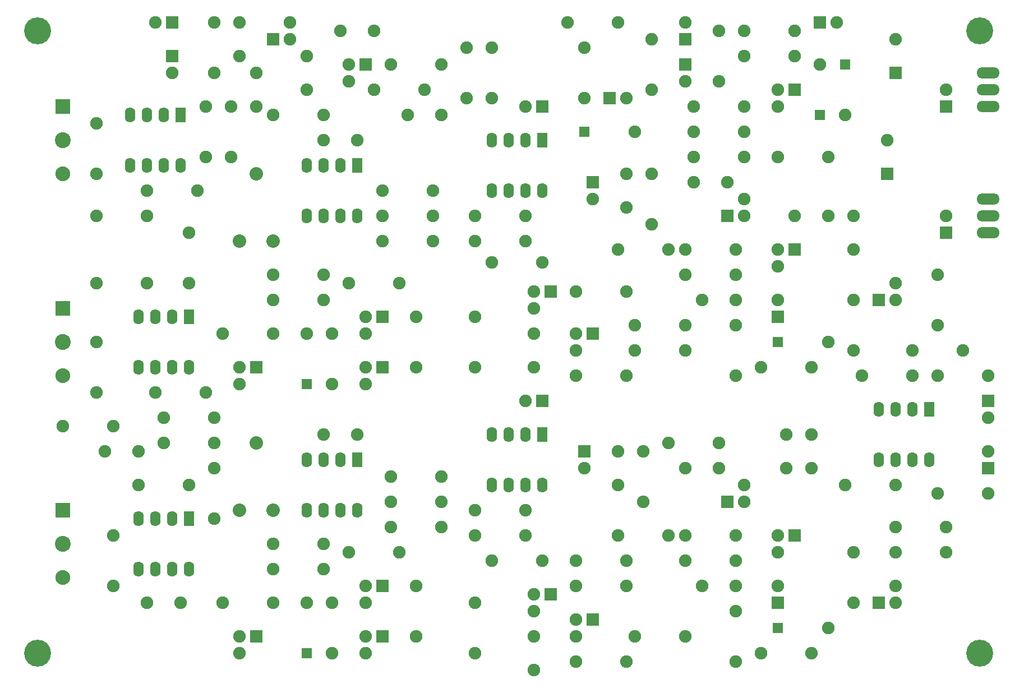
<source format=gbr>
%TF.GenerationSoftware,KiCad,Pcbnew,5.1.10-88a1d61d58~88~ubuntu20.10.1*%
%TF.CreationDate,2021-06-25T22:13:37+02:00*%
%TF.ProjectId,juno-chorus-clone,6a756e6f-2d63-4686-9f72-75732d636c6f,3*%
%TF.SameCoordinates,Original*%
%TF.FileFunction,Paste,Bot*%
%TF.FilePolarity,Positive*%
%FSLAX46Y46*%
G04 Gerber Fmt 4.6, Leading zero omitted, Abs format (unit mm)*
G04 Created by KiCad (PCBNEW 5.1.10-88a1d61d58~88~ubuntu20.10.1) date 2021-06-25 22:13:37*
%MOMM*%
%LPD*%
G01*
G04 APERTURE LIST*
%ADD10R,1.905000X1.905000*%
%ADD11C,1.905000*%
%ADD12C,2.395220*%
%ADD13R,2.240280X2.240280*%
%ADD14C,2.240280*%
%ADD15R,1.574800X2.286000*%
%ADD16O,1.574800X2.286000*%
%ADD17R,1.524000X1.524000*%
%ADD18C,2.032000*%
%ADD19O,3.500120X1.699260*%
%ADD20C,4.064000*%
G04 APERTURE END LIST*
D10*
%TO.C,Q16*%
X186690000Y-100330000D03*
D11*
X189230000Y-100330000D03*
X189230000Y-97790000D03*
%TD*%
D10*
%TO.C,Q17*%
X186690000Y-146050000D03*
D11*
X189230000Y-146050000D03*
X189230000Y-143510000D03*
%TD*%
D10*
%TO.C,Q7*%
X111760000Y-110490000D03*
D11*
X109220000Y-110490000D03*
X109220000Y-113030000D03*
%TD*%
D10*
%TO.C,Q13*%
X173990000Y-68580000D03*
D11*
X171450000Y-68580000D03*
X171450000Y-71120000D03*
%TD*%
D10*
%TO.C,Q2*%
X92710000Y-151130000D03*
D11*
X90170000Y-151130000D03*
X90170000Y-153670000D03*
%TD*%
D10*
%TO.C,Q5*%
X137160000Y-99060000D03*
D11*
X134620000Y-99060000D03*
X134620000Y-101600000D03*
%TD*%
D10*
%TO.C,Q6*%
X137160000Y-144780000D03*
D11*
X134620000Y-144780000D03*
X134620000Y-147320000D03*
%TD*%
D10*
%TO.C,Q9*%
X143510000Y-105410000D03*
D11*
X140970000Y-105410000D03*
X140970000Y-107950000D03*
%TD*%
D10*
%TO.C,Q10*%
X143510000Y-148590000D03*
D11*
X140970000Y-148590000D03*
X140970000Y-151130000D03*
%TD*%
D10*
%TO.C,Q1*%
X92710000Y-110490000D03*
D11*
X90170000Y-110490000D03*
X90170000Y-113030000D03*
%TD*%
D10*
%TO.C,Q18*%
X95250000Y-60960000D03*
D11*
X97790000Y-60960000D03*
X97790000Y-58420000D03*
%TD*%
D10*
%TO.C,Q19*%
X109220000Y-64770000D03*
D11*
X106680000Y-64770000D03*
X106680000Y-67310000D03*
%TD*%
D10*
%TO.C,Q14*%
X173990000Y-92710000D03*
D11*
X171450000Y-92710000D03*
X171450000Y-95250000D03*
%TD*%
D10*
%TO.C,Q11*%
X163830000Y-87630000D03*
D11*
X166370000Y-87630000D03*
X166370000Y-85090000D03*
%TD*%
D10*
%TO.C,Q12*%
X163830000Y-130810000D03*
D11*
X166370000Y-130810000D03*
X166370000Y-128270000D03*
%TD*%
D10*
%TO.C,Q15*%
X173990000Y-135890000D03*
D11*
X171450000Y-135890000D03*
X171450000Y-138430000D03*
%TD*%
D10*
%TO.C,Q3*%
X111760000Y-102870000D03*
D11*
X109220000Y-102870000D03*
X109220000Y-105410000D03*
%TD*%
D10*
%TO.C,Q4*%
X111760000Y-143510000D03*
D11*
X109220000Y-143510000D03*
X109220000Y-146050000D03*
%TD*%
D10*
%TO.C,Q8*%
X111760000Y-151130000D03*
D11*
X109220000Y-151130000D03*
X109220000Y-153670000D03*
%TD*%
D10*
%TO.C,P2*%
X80010000Y-58420000D03*
D11*
X77470000Y-58420000D03*
%TD*%
D10*
%TO.C,P1*%
X177800000Y-58420000D03*
D11*
X180340000Y-58420000D03*
%TD*%
D10*
%TO.C,SW1*%
X157480000Y-60960000D03*
D11*
X157480000Y-58420000D03*
%TD*%
D10*
%TO.C,P4*%
X203200000Y-125730000D03*
D11*
X203200000Y-123190000D03*
%TD*%
D10*
%TO.C,P3*%
X203200000Y-115570000D03*
D11*
X203200000Y-118110000D03*
%TD*%
D12*
%TO.C,RV1*%
X63500000Y-106680000D03*
D13*
X63500000Y-101600000D03*
D14*
X63500000Y-111760000D03*
%TD*%
D12*
%TO.C,RV5*%
X63500000Y-76200000D03*
D13*
X63500000Y-71120000D03*
D14*
X63500000Y-81280000D03*
%TD*%
D12*
%TO.C,RV2*%
X63500000Y-137160000D03*
D13*
X63500000Y-132080000D03*
D14*
X63500000Y-142240000D03*
%TD*%
D15*
%TO.C,U8*%
X135890000Y-120650000D03*
D16*
X133350000Y-120650000D03*
X130810000Y-120650000D03*
X128270000Y-120650000D03*
X128270000Y-128270000D03*
X130810000Y-128270000D03*
X133350000Y-128270000D03*
X135890000Y-128270000D03*
%TD*%
D15*
%TO.C,U10*%
X194310000Y-116840000D03*
D16*
X191770000Y-116840000D03*
X189230000Y-116840000D03*
X186690000Y-116840000D03*
X186690000Y-124460000D03*
X189230000Y-124460000D03*
X191770000Y-124460000D03*
X194310000Y-124460000D03*
%TD*%
D15*
%TO.C,U9*%
X81280000Y-72390000D03*
D16*
X78740000Y-72390000D03*
X76200000Y-72390000D03*
X73660000Y-72390000D03*
X73660000Y-80010000D03*
X76200000Y-80010000D03*
X78740000Y-80010000D03*
X81280000Y-80010000D03*
%TD*%
D15*
%TO.C,U5*%
X107950000Y-80010000D03*
D16*
X105410000Y-80010000D03*
X102870000Y-80010000D03*
X100330000Y-80010000D03*
X100330000Y-87630000D03*
X102870000Y-87630000D03*
X105410000Y-87630000D03*
X107950000Y-87630000D03*
%TD*%
D15*
%TO.C,U6*%
X135890000Y-76200000D03*
D16*
X133350000Y-76200000D03*
X130810000Y-76200000D03*
X128270000Y-76200000D03*
X128270000Y-83820000D03*
X130810000Y-83820000D03*
X133350000Y-83820000D03*
X135890000Y-83820000D03*
%TD*%
D15*
%TO.C,U7*%
X107950000Y-124460000D03*
D16*
X105410000Y-124460000D03*
X102870000Y-124460000D03*
X100330000Y-124460000D03*
X100330000Y-132080000D03*
X102870000Y-132080000D03*
X105410000Y-132080000D03*
X107950000Y-132080000D03*
%TD*%
D15*
%TO.C,U4*%
X82550000Y-102870000D03*
D16*
X80010000Y-102870000D03*
X77470000Y-102870000D03*
X74930000Y-102870000D03*
X74930000Y-110490000D03*
X77470000Y-110490000D03*
X80010000Y-110490000D03*
X82550000Y-110490000D03*
%TD*%
D15*
%TO.C,U1*%
X82550000Y-133350000D03*
D16*
X80010000Y-133350000D03*
X77470000Y-133350000D03*
X74930000Y-133350000D03*
X74930000Y-140970000D03*
X77470000Y-140970000D03*
X80010000Y-140970000D03*
X82550000Y-140970000D03*
%TD*%
D17*
%TO.C,D2*%
X181610000Y-64770000D03*
D11*
X181610000Y-72390000D03*
%TD*%
D17*
%TO.C,D3*%
X100330000Y-113030000D03*
D11*
X100330000Y-105410000D03*
%TD*%
D17*
%TO.C,D5*%
X142240000Y-74930000D03*
D11*
X149860000Y-74930000D03*
%TD*%
D17*
%TO.C,D6*%
X171450000Y-106680000D03*
D11*
X179070000Y-106680000D03*
%TD*%
D17*
%TO.C,D7*%
X171450000Y-149860000D03*
D11*
X179070000Y-149860000D03*
%TD*%
D17*
%TO.C,D4*%
X100330000Y-153670000D03*
D11*
X100330000Y-146050000D03*
%TD*%
D17*
%TO.C,D1*%
X177800000Y-72390000D03*
D11*
X177800000Y-64770000D03*
%TD*%
D10*
%TO.C,C1*%
X187960000Y-81280000D03*
D11*
X187960000Y-76200000D03*
%TD*%
D10*
%TO.C,C2*%
X189230000Y-66040000D03*
D11*
X189230000Y-60960000D03*
%TD*%
%TO.C,C6*%
X134620000Y-110490000D03*
X134620000Y-105410000D03*
%TD*%
%TO.C,C27*%
X160020000Y-143510000D03*
X165100000Y-143510000D03*
%TD*%
%TO.C,C33*%
X100330000Y-63500000D03*
X100330000Y-68580000D03*
%TD*%
%TO.C,C5*%
X81280000Y-146050000D03*
X76200000Y-146050000D03*
%TD*%
%TO.C,C32*%
X90170000Y-63500000D03*
X90170000Y-58420000D03*
%TD*%
%TO.C,C34*%
X120650000Y-72390000D03*
X115570000Y-72390000D03*
%TD*%
%TO.C,C35*%
X110490000Y-59690000D03*
X105410000Y-59690000D03*
%TD*%
%TO.C,C8*%
X92710000Y-71120000D03*
X92710000Y-66040000D03*
%TD*%
%TO.C,C21*%
X157480000Y-125730000D03*
X162560000Y-125730000D03*
%TD*%
%TO.C,C16*%
X148590000Y-86360000D03*
X148590000Y-81280000D03*
%TD*%
%TO.C,C29*%
X176530000Y-125730000D03*
X176530000Y-120650000D03*
%TD*%
%TO.C,C18*%
X147320000Y-128270000D03*
X147320000Y-123190000D03*
%TD*%
%TO.C,C25*%
X172720000Y-125730000D03*
X172720000Y-120650000D03*
%TD*%
%TO.C,C11*%
X102870000Y-120650000D03*
X107950000Y-120650000D03*
%TD*%
%TO.C,C9*%
X74930000Y-123190000D03*
X69850000Y-123190000D03*
%TD*%
%TO.C,C10*%
X102870000Y-76200000D03*
X107950000Y-76200000D03*
%TD*%
%TO.C,C26*%
X160020000Y-100330000D03*
X165100000Y-100330000D03*
%TD*%
%TO.C,C20*%
X158750000Y-82550000D03*
X163830000Y-82550000D03*
%TD*%
%TO.C,C28*%
X182880000Y-92710000D03*
X182880000Y-87630000D03*
%TD*%
%TO.C,C24*%
X173990000Y-87630000D03*
X179070000Y-87630000D03*
%TD*%
%TO.C,C7*%
X134620000Y-156210000D03*
X134620000Y-151130000D03*
%TD*%
D10*
%TO.C,C15*%
X142240000Y-123190000D03*
D11*
X142240000Y-125730000D03*
%TD*%
D10*
%TO.C,C12*%
X135890000Y-71120000D03*
D11*
X133350000Y-71120000D03*
%TD*%
D10*
%TO.C,C30*%
X171450000Y-102870000D03*
D11*
X171450000Y-100330000D03*
%TD*%
D10*
%TO.C,C14*%
X143510000Y-82550000D03*
D11*
X143510000Y-85090000D03*
%TD*%
D10*
%TO.C,C13*%
X135890000Y-115570000D03*
D11*
X133350000Y-115570000D03*
%TD*%
D10*
%TO.C,C4*%
X196850000Y-71120000D03*
D11*
X196850000Y-68580000D03*
%TD*%
D10*
%TO.C,C3*%
X196850000Y-90170000D03*
D11*
X196850000Y-87630000D03*
%TD*%
D10*
%TO.C,C31*%
X171450000Y-146050000D03*
D11*
X171450000Y-143510000D03*
%TD*%
D10*
%TO.C,C19*%
X80010000Y-63500000D03*
D11*
X80010000Y-66040000D03*
%TD*%
D10*
%TO.C,C23*%
X157480000Y-64770000D03*
D11*
X157480000Y-67310000D03*
%TD*%
D18*
%TO.C,RV4*%
X90170000Y-132080000D03*
X92710000Y-121920000D03*
X95250000Y-132080000D03*
%TD*%
%TO.C,RV3*%
X90170000Y-91440000D03*
X92710000Y-81280000D03*
X95250000Y-91440000D03*
%TD*%
D10*
%TO.C,C17*%
X146050000Y-69850000D03*
D11*
X148590000Y-69850000D03*
%TD*%
%TO.C,R59*%
X165100000Y-135890000D03*
X157480000Y-135890000D03*
%TD*%
%TO.C,R40*%
X148590000Y-154940000D03*
X140970000Y-154940000D03*
%TD*%
%TO.C,R38*%
X95250000Y-137160000D03*
X102870000Y-137160000D03*
%TD*%
%TO.C,R32*%
X95250000Y-140970000D03*
X102870000Y-140970000D03*
%TD*%
%TO.C,R34*%
X78740000Y-121920000D03*
X86360000Y-121920000D03*
%TD*%
%TO.C,R36*%
X78740000Y-118110000D03*
X86360000Y-118110000D03*
%TD*%
%TO.C,R74*%
X182880000Y-146050000D03*
X182880000Y-138430000D03*
%TD*%
%TO.C,R62*%
X154940000Y-121920000D03*
X162560000Y-121920000D03*
%TD*%
%TO.C,R72*%
X165100000Y-147320000D03*
X165100000Y-154940000D03*
%TD*%
%TO.C,R69*%
X176530000Y-153670000D03*
X168910000Y-153670000D03*
%TD*%
%TO.C,R65*%
X157480000Y-139700000D03*
X165100000Y-139700000D03*
%TD*%
%TO.C,R42*%
X125730000Y-132080000D03*
X133350000Y-132080000D03*
%TD*%
%TO.C,R53*%
X154940000Y-135890000D03*
X147320000Y-135890000D03*
%TD*%
%TO.C,R50*%
X151130000Y-130810000D03*
X151130000Y-123190000D03*
%TD*%
%TO.C,R46*%
X113030000Y-130810000D03*
X120650000Y-130810000D03*
%TD*%
%TO.C,R45*%
X113030000Y-127000000D03*
X120650000Y-127000000D03*
%TD*%
%TO.C,R84*%
X196850000Y-134620000D03*
X189230000Y-134620000D03*
%TD*%
%TO.C,R79*%
X189230000Y-128270000D03*
X181610000Y-128270000D03*
%TD*%
%TO.C,R80*%
X196850000Y-138430000D03*
X189230000Y-138430000D03*
%TD*%
%TO.C,R87*%
X203200000Y-129540000D03*
X195580000Y-129540000D03*
%TD*%
%TO.C,R11*%
X140970000Y-99060000D03*
X148590000Y-99060000D03*
%TD*%
%TO.C,R13*%
X157480000Y-104140000D03*
X149860000Y-104140000D03*
%TD*%
%TO.C,R14*%
X140970000Y-143510000D03*
X148590000Y-143510000D03*
%TD*%
%TO.C,R47*%
X158750000Y-74930000D03*
X166370000Y-74930000D03*
%TD*%
%TO.C,R49*%
X166370000Y-71120000D03*
X158750000Y-71120000D03*
%TD*%
%TO.C,R52*%
X152400000Y-60960000D03*
X152400000Y-68580000D03*
%TD*%
%TO.C,R56*%
X142240000Y-62230000D03*
X142240000Y-69850000D03*
%TD*%
%TO.C,R55*%
X139700000Y-58420000D03*
X147320000Y-58420000D03*
%TD*%
%TO.C,R57*%
X162560000Y-59690000D03*
X162560000Y-67310000D03*
%TD*%
%TO.C,R60*%
X173990000Y-63500000D03*
X166370000Y-63500000D03*
%TD*%
%TO.C,R63*%
X179070000Y-78740000D03*
X171450000Y-78740000D03*
%TD*%
%TO.C,R66*%
X173990000Y-59690000D03*
X166370000Y-59690000D03*
%TD*%
%TO.C,R12*%
X140970000Y-139700000D03*
X148590000Y-139700000D03*
%TD*%
%TO.C,R5*%
X82550000Y-90170000D03*
X82550000Y-97790000D03*
%TD*%
%TO.C,R6*%
X86360000Y-133350000D03*
X86360000Y-125730000D03*
%TD*%
%TO.C,R10*%
X87630000Y-146050000D03*
X95250000Y-146050000D03*
%TD*%
%TO.C,R30*%
X128270000Y-139700000D03*
X135890000Y-139700000D03*
%TD*%
%TO.C,R28*%
X149860000Y-151130000D03*
X157480000Y-151130000D03*
%TD*%
%TO.C,R21*%
X125730000Y-146050000D03*
X125730000Y-153670000D03*
%TD*%
%TO.C,R26*%
X125730000Y-135890000D03*
X133350000Y-135890000D03*
%TD*%
%TO.C,R8*%
X114300000Y-138430000D03*
X106680000Y-138430000D03*
%TD*%
%TO.C,R23*%
X120650000Y-134620000D03*
X113030000Y-134620000D03*
%TD*%
%TO.C,R17*%
X116840000Y-143510000D03*
X116840000Y-151130000D03*
%TD*%
%TO.C,R18*%
X104140000Y-146050000D03*
X104140000Y-153670000D03*
%TD*%
%TO.C,R82*%
X128270000Y-69850000D03*
X128270000Y-62230000D03*
%TD*%
%TO.C,R48*%
X152400000Y-88900000D03*
X152400000Y-81280000D03*
%TD*%
%TO.C,R44*%
X111760000Y-87630000D03*
X119380000Y-87630000D03*
%TD*%
%TO.C,R43*%
X111760000Y-83820000D03*
X119380000Y-83820000D03*
%TD*%
%TO.C,R83*%
X199390000Y-107950000D03*
X191770000Y-107950000D03*
%TD*%
%TO.C,R77*%
X191770000Y-111760000D03*
X184150000Y-111760000D03*
%TD*%
%TO.C,R78*%
X195580000Y-104140000D03*
X195580000Y-96520000D03*
%TD*%
%TO.C,R86*%
X203200000Y-111760000D03*
X195580000Y-111760000D03*
%TD*%
%TO.C,R81*%
X124460000Y-69850000D03*
X124460000Y-62230000D03*
%TD*%
%TO.C,R88*%
X110490000Y-68580000D03*
X118110000Y-68580000D03*
%TD*%
%TO.C,R85*%
X113030000Y-64770000D03*
X120650000Y-64770000D03*
%TD*%
%TO.C,R51*%
X154940000Y-92710000D03*
X147320000Y-92710000D03*
%TD*%
%TO.C,R76*%
X86360000Y-58420000D03*
X86360000Y-66040000D03*
%TD*%
%TO.C,R75*%
X85090000Y-71120000D03*
X85090000Y-78740000D03*
%TD*%
%TO.C,R70*%
X83820000Y-83820000D03*
X76200000Y-83820000D03*
%TD*%
%TO.C,R67*%
X76200000Y-87630000D03*
X68580000Y-87630000D03*
%TD*%
%TO.C,R54*%
X68580000Y-73660000D03*
X68580000Y-81280000D03*
%TD*%
%TO.C,R24*%
X77470000Y-114300000D03*
X85090000Y-114300000D03*
%TD*%
%TO.C,R19*%
X76200000Y-97790000D03*
X68580000Y-97790000D03*
%TD*%
%TO.C,R1*%
X74930000Y-128270000D03*
X82550000Y-128270000D03*
%TD*%
%TO.C,R3*%
X71120000Y-135890000D03*
X71120000Y-143510000D03*
%TD*%
%TO.C,R4*%
X68580000Y-106680000D03*
X68580000Y-114300000D03*
%TD*%
%TO.C,R39*%
X148590000Y-111760000D03*
X140970000Y-111760000D03*
%TD*%
%TO.C,R9*%
X87630000Y-105410000D03*
X95250000Y-105410000D03*
%TD*%
%TO.C,R29*%
X128270000Y-94615000D03*
X135890000Y-94615000D03*
%TD*%
%TO.C,R27*%
X149860000Y-107950000D03*
X157480000Y-107950000D03*
%TD*%
%TO.C,R20*%
X125730000Y-102870000D03*
X125730000Y-110490000D03*
%TD*%
%TO.C,R25*%
X125730000Y-91440000D03*
X133350000Y-91440000D03*
%TD*%
%TO.C,R7*%
X114300000Y-97790000D03*
X106680000Y-97790000D03*
%TD*%
%TO.C,R22*%
X111760000Y-91440000D03*
X119380000Y-91440000D03*
%TD*%
%TO.C,R15*%
X116840000Y-102870000D03*
X116840000Y-110490000D03*
%TD*%
%TO.C,R16*%
X104140000Y-105410000D03*
X104140000Y-113030000D03*
%TD*%
%TO.C,R41*%
X125730000Y-87630000D03*
X133350000Y-87630000D03*
%TD*%
%TO.C,R2*%
X63500000Y-119380000D03*
X71120000Y-119380000D03*
%TD*%
%TO.C,R37*%
X95250000Y-96520000D03*
X102870000Y-96520000D03*
%TD*%
%TO.C,R31*%
X95250000Y-100330000D03*
X102870000Y-100330000D03*
%TD*%
%TO.C,R33*%
X88900000Y-71120000D03*
X88900000Y-78740000D03*
%TD*%
%TO.C,R35*%
X95250000Y-72390000D03*
X102870000Y-72390000D03*
%TD*%
%TO.C,R73*%
X182880000Y-100330000D03*
X182880000Y-107950000D03*
%TD*%
%TO.C,R61*%
X158750000Y-78740000D03*
X166370000Y-78740000D03*
%TD*%
%TO.C,R71*%
X165100000Y-104140000D03*
X165100000Y-111760000D03*
%TD*%
%TO.C,R68*%
X176530000Y-110490000D03*
X168910000Y-110490000D03*
%TD*%
%TO.C,R64*%
X157480000Y-96520000D03*
X165100000Y-96520000D03*
%TD*%
%TO.C,R58*%
X165100000Y-92710000D03*
X157480000Y-92710000D03*
%TD*%
D19*
%TO.C,U2*%
X203200000Y-87630000D03*
X203200000Y-85090000D03*
X203200000Y-90170000D03*
%TD*%
%TO.C,U3*%
X203200000Y-68580000D03*
X203200000Y-66040000D03*
X203200000Y-71120000D03*
%TD*%
D20*
%TO.C,HOLE1*%
X59690000Y-59690000D03*
%TD*%
%TO.C,HOLE2*%
X59690000Y-153670000D03*
%TD*%
%TO.C,HOLE4*%
X201930000Y-59690000D03*
%TD*%
%TO.C,HOLE3*%
X201930000Y-153670000D03*
%TD*%
M02*

</source>
